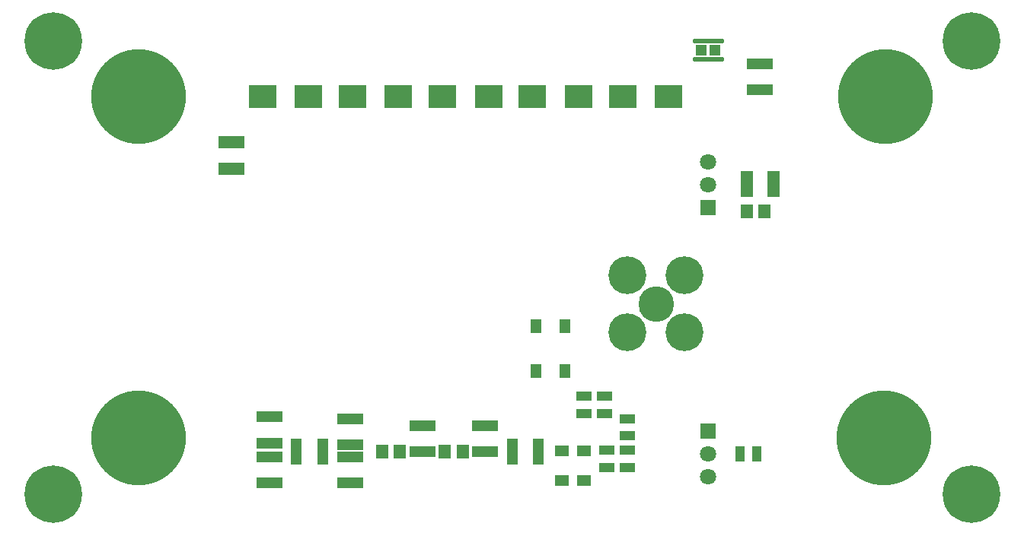
<source format=gbs>
G04 #@! TF.FileFunction,Soldermask,Bot*
%FSLAX46Y46*%
G04 Gerber Fmt 4.6, Leading zero omitted, Abs format (unit mm)*
G04 Created by KiCad (PCBNEW 4.0.2-stable) date Sun Jun 26 23:15:05 2016*
%MOMM*%
G01*
G04 APERTURE LIST*
%ADD10C,0.100000*%
%ADD11R,1.400000X1.650000*%
%ADD12R,1.620000X1.310000*%
%ADD13R,1.310000X1.620000*%
%ADD14R,2.900000X1.300000*%
%ADD15C,4.210000*%
%ADD16C,3.956000*%
%ADD17R,1.300000X2.900000*%
%ADD18R,1.700000X1.100000*%
%ADD19R,1.100000X1.700000*%
%ADD20R,1.797000X1.797000*%
%ADD21C,1.797000*%
%ADD22R,3.100000X2.600000*%
%ADD23R,1.400000X2.900000*%
%ADD24C,6.400000*%
%ADD25R,2.900000X1.400000*%
%ADD26R,1.197560X1.197560*%
%ADD27C,10.560000*%
%ADD28C,0.254000*%
G04 APERTURE END LIST*
D10*
D11*
X128260123Y-107265371D03*
X126260123Y-107265371D03*
X135260123Y-107265371D03*
X133260123Y-107265371D03*
X166806554Y-80449138D03*
X168806554Y-80449138D03*
D12*
X148760123Y-110400371D03*
X148760123Y-107130371D03*
X146260123Y-107130371D03*
X146260123Y-110400371D03*
D13*
X143375123Y-98265371D03*
X146645123Y-98265371D03*
X146645123Y-93265371D03*
X143375123Y-93265371D03*
D14*
X130760123Y-107215371D03*
X130760123Y-104315371D03*
D15*
X153585123Y-87590371D03*
D16*
X156760123Y-90765371D03*
D15*
X159935123Y-87590371D03*
X153585123Y-93940371D03*
X159935123Y-93940371D03*
D14*
X113760123Y-107815371D03*
X113760123Y-110715371D03*
X113760123Y-106265371D03*
X113760123Y-103365371D03*
D17*
X119660123Y-107265371D03*
X116760123Y-107265371D03*
D14*
X122760123Y-106465371D03*
X122760123Y-103565371D03*
X122760123Y-107815371D03*
X122760123Y-110715371D03*
X137760123Y-107215371D03*
X137760123Y-104315371D03*
D17*
X143660123Y-107265371D03*
X140760123Y-107265371D03*
D18*
X153510123Y-107065371D03*
X153510123Y-108965371D03*
X151260123Y-107065371D03*
X151260123Y-108965371D03*
X153510123Y-103565371D03*
X153510123Y-105465371D03*
X148760123Y-101065371D03*
X148760123Y-102965371D03*
X151010123Y-101065371D03*
X151010123Y-102965371D03*
D19*
X166050000Y-107500000D03*
X167950000Y-107500000D03*
D20*
X162500000Y-104960000D03*
D21*
X162500000Y-107500000D03*
X162500000Y-110040000D03*
D20*
X162500000Y-80040000D03*
D21*
X162500000Y-77500000D03*
X162500000Y-74960000D03*
D22*
X112956554Y-67699138D03*
X118056554Y-67699138D03*
X123006554Y-67699138D03*
X128106554Y-67699138D03*
X133006554Y-67699138D03*
X138106554Y-67699138D03*
X143006554Y-67699138D03*
X148106554Y-67699138D03*
X153006554Y-67699138D03*
X158106554Y-67699138D03*
D23*
X166806554Y-77449138D03*
X169806554Y-77449138D03*
D24*
X89700000Y-112000000D03*
X191800000Y-112000000D03*
X191800000Y-61500000D03*
X89700000Y-61500000D03*
D25*
X109500000Y-75750000D03*
X109500000Y-72750000D03*
D26*
X163249300Y-62500000D03*
X161750700Y-62500000D03*
D14*
X168250000Y-64050000D03*
X168250000Y-66950000D03*
D27*
X182213380Y-67708478D03*
X99213380Y-105708478D03*
X99213380Y-67708478D03*
X182113380Y-105708478D03*
D28*
G36*
X164123000Y-61623000D02*
X160877000Y-61623000D01*
X160877000Y-61377000D01*
X164123000Y-61377000D01*
X164123000Y-61623000D01*
X164123000Y-61623000D01*
G37*
X164123000Y-61623000D02*
X160877000Y-61623000D01*
X160877000Y-61377000D01*
X164123000Y-61377000D01*
X164123000Y-61623000D01*
G36*
X164123000Y-63623000D02*
X160877000Y-63623000D01*
X160877000Y-63377000D01*
X164123000Y-63377000D01*
X164123000Y-63623000D01*
X164123000Y-63623000D01*
G37*
X164123000Y-63623000D02*
X160877000Y-63623000D01*
X160877000Y-63377000D01*
X164123000Y-63377000D01*
X164123000Y-63623000D01*
M02*

</source>
